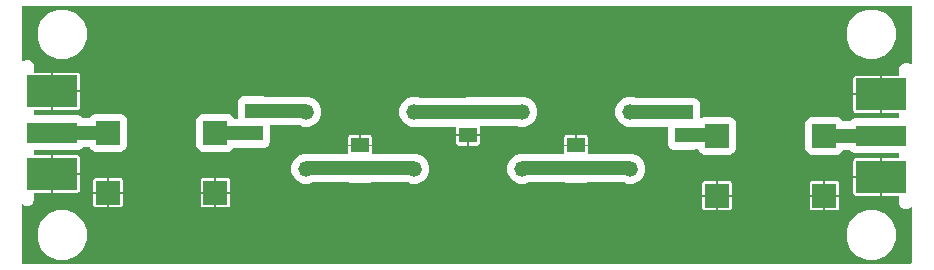
<source format=gbr>
G04 EAGLE Gerber RS-274X export*
G75*
%MOMM*%
%FSLAX34Y34*%
%LPD*%
%INTop Copper*%
%IPPOS*%
%AMOC8*
5,1,8,0,0,1.08239X$1,22.5*%
G01*
%ADD10R,1.500000X1.300000*%
%ADD11C,1.320800*%
%ADD12R,2.000000X2.000000*%
%ADD13R,4.191000X1.778000*%
%ADD14R,4.191000X2.667000*%
%ADD15C,1.200000*%

G36*
X758669Y6012D02*
X758669Y6012D01*
X758720Y6014D01*
X758752Y6032D01*
X758788Y6040D01*
X758827Y6073D01*
X758872Y6097D01*
X758893Y6127D01*
X758921Y6150D01*
X758942Y6197D01*
X758972Y6239D01*
X758980Y6281D01*
X758992Y6309D01*
X758991Y6339D01*
X758999Y6381D01*
X758999Y53635D01*
X758993Y53660D01*
X758996Y53686D01*
X758974Y53744D01*
X758960Y53804D01*
X758943Y53824D01*
X758934Y53848D01*
X758889Y53890D01*
X758850Y53937D01*
X758826Y53948D01*
X758807Y53965D01*
X758748Y53983D01*
X758691Y54008D01*
X758666Y54007D01*
X758641Y54015D01*
X758580Y54004D01*
X758518Y54002D01*
X758496Y53989D01*
X758470Y53985D01*
X758399Y53937D01*
X758366Y53919D01*
X758360Y53911D01*
X758350Y53904D01*
X757779Y53333D01*
X755574Y52419D01*
X753186Y52419D01*
X750981Y53333D01*
X749293Y55021D01*
X748379Y57226D01*
X748379Y63098D01*
X748368Y63148D01*
X748366Y63199D01*
X748348Y63231D01*
X748340Y63267D01*
X748307Y63306D01*
X748283Y63351D01*
X748253Y63372D01*
X748230Y63400D01*
X748183Y63421D01*
X748141Y63451D01*
X748099Y63459D01*
X748071Y63471D01*
X748041Y63470D01*
X747999Y63478D01*
X733987Y63478D01*
X733987Y78973D01*
X733976Y79023D01*
X733974Y79074D01*
X733956Y79106D01*
X733948Y79142D01*
X733915Y79181D01*
X733891Y79226D01*
X733861Y79247D01*
X733837Y79275D01*
X733791Y79296D01*
X733749Y79326D01*
X733707Y79334D01*
X733679Y79346D01*
X733649Y79345D01*
X733607Y79353D01*
X733225Y79353D01*
X733225Y79355D01*
X733607Y79355D01*
X733657Y79366D01*
X733708Y79368D01*
X733740Y79386D01*
X733776Y79394D01*
X733815Y79427D01*
X733860Y79451D01*
X733881Y79481D01*
X733909Y79505D01*
X733930Y79551D01*
X733960Y79593D01*
X733968Y79635D01*
X733980Y79663D01*
X733979Y79693D01*
X733979Y79695D01*
X733980Y79697D01*
X733980Y79699D01*
X733987Y79735D01*
X733987Y95230D01*
X747999Y95230D01*
X748049Y95241D01*
X748100Y95243D01*
X748132Y95261D01*
X748168Y95269D01*
X748207Y95302D01*
X748252Y95326D01*
X748273Y95356D01*
X748301Y95379D01*
X748322Y95426D01*
X748352Y95468D01*
X748360Y95510D01*
X748372Y95538D01*
X748371Y95568D01*
X748379Y95610D01*
X748379Y99029D01*
X748368Y99079D01*
X748366Y99130D01*
X748348Y99162D01*
X748340Y99198D01*
X748307Y99237D01*
X748283Y99282D01*
X748253Y99303D01*
X748230Y99331D01*
X748183Y99352D01*
X748141Y99382D01*
X748099Y99390D01*
X748071Y99402D01*
X748041Y99401D01*
X747999Y99409D01*
X711077Y99409D01*
X708872Y100323D01*
X707184Y102011D01*
X707162Y102064D01*
X707125Y102116D01*
X707094Y102172D01*
X707075Y102186D01*
X707061Y102205D01*
X707004Y102235D01*
X706953Y102272D01*
X706926Y102277D01*
X706908Y102287D01*
X706870Y102288D01*
X706810Y102299D01*
X701080Y102299D01*
X701019Y102285D01*
X700955Y102278D01*
X700935Y102265D01*
X700912Y102260D01*
X700863Y102219D01*
X700809Y102185D01*
X700794Y102163D01*
X700778Y102150D01*
X700763Y102115D01*
X700729Y102065D01*
X700247Y100901D01*
X698559Y99213D01*
X696354Y98299D01*
X673966Y98299D01*
X671761Y99213D01*
X670073Y100901D01*
X669159Y103106D01*
X669159Y125494D01*
X670073Y127699D01*
X671761Y129387D01*
X673966Y130301D01*
X696354Y130301D01*
X698559Y129387D01*
X700247Y127699D01*
X700729Y126535D01*
X700766Y126484D01*
X700797Y126428D01*
X700816Y126414D01*
X700830Y126395D01*
X700886Y126365D01*
X700938Y126328D01*
X700965Y126323D01*
X700983Y126313D01*
X701021Y126312D01*
X701080Y126301D01*
X706810Y126301D01*
X706872Y126315D01*
X706935Y126322D01*
X706956Y126335D01*
X706979Y126340D01*
X707028Y126381D01*
X707082Y126415D01*
X707097Y126437D01*
X707113Y126450D01*
X707128Y126485D01*
X707162Y126536D01*
X707184Y126589D01*
X708872Y128277D01*
X711077Y129191D01*
X747999Y129191D01*
X748049Y129202D01*
X748100Y129204D01*
X748132Y129222D01*
X748168Y129230D01*
X748207Y129263D01*
X748252Y129287D01*
X748273Y129317D01*
X748301Y129340D01*
X748322Y129387D01*
X748352Y129429D01*
X748360Y129471D01*
X748372Y129499D01*
X748372Y129509D01*
X748372Y129510D01*
X748371Y129531D01*
X748379Y129571D01*
X748379Y132990D01*
X748368Y133040D01*
X748366Y133091D01*
X748348Y133123D01*
X748340Y133159D01*
X748307Y133198D01*
X748283Y133243D01*
X748253Y133264D01*
X748230Y133292D01*
X748183Y133313D01*
X748141Y133343D01*
X748099Y133351D01*
X748071Y133363D01*
X748041Y133362D01*
X747999Y133370D01*
X733987Y133370D01*
X733987Y148865D01*
X733976Y148915D01*
X733974Y148966D01*
X733956Y148998D01*
X733948Y149034D01*
X733915Y149073D01*
X733891Y149118D01*
X733861Y149139D01*
X733837Y149167D01*
X733791Y149188D01*
X733749Y149218D01*
X733707Y149226D01*
X733679Y149238D01*
X733649Y149237D01*
X733607Y149245D01*
X733225Y149245D01*
X733225Y149247D01*
X733607Y149247D01*
X733657Y149258D01*
X733708Y149260D01*
X733740Y149278D01*
X733776Y149286D01*
X733815Y149319D01*
X733860Y149343D01*
X733881Y149373D01*
X733909Y149397D01*
X733930Y149443D01*
X733960Y149485D01*
X733968Y149527D01*
X733980Y149555D01*
X733979Y149585D01*
X733987Y149627D01*
X733987Y165122D01*
X747999Y165122D01*
X748049Y165133D01*
X748100Y165135D01*
X748132Y165153D01*
X748168Y165161D01*
X748207Y165194D01*
X748252Y165218D01*
X748273Y165248D01*
X748301Y165271D01*
X748322Y165318D01*
X748352Y165360D01*
X748360Y165402D01*
X748372Y165430D01*
X748371Y165460D01*
X748379Y165502D01*
X748379Y171374D01*
X749293Y173579D01*
X750981Y175267D01*
X753186Y176181D01*
X755574Y176181D01*
X757779Y175267D01*
X758350Y174696D01*
X758372Y174683D01*
X758388Y174663D01*
X758445Y174637D01*
X758497Y174605D01*
X758523Y174602D01*
X758547Y174592D01*
X758608Y174594D01*
X758670Y174588D01*
X758694Y174597D01*
X758720Y174598D01*
X758774Y174628D01*
X758832Y174650D01*
X758849Y174669D01*
X758872Y174681D01*
X758907Y174732D01*
X758949Y174777D01*
X758957Y174802D01*
X758972Y174823D01*
X758988Y174907D01*
X758999Y174943D01*
X758997Y174953D01*
X758999Y174965D01*
X758999Y223619D01*
X758988Y223669D01*
X758986Y223720D01*
X758968Y223752D01*
X758960Y223788D01*
X758927Y223827D01*
X758903Y223872D01*
X758873Y223893D01*
X758850Y223921D01*
X758803Y223942D01*
X758761Y223972D01*
X758719Y223980D01*
X758691Y223992D01*
X758661Y223991D01*
X758619Y223999D01*
X6381Y223999D01*
X6331Y223988D01*
X6280Y223986D01*
X6248Y223968D01*
X6212Y223960D01*
X6173Y223927D01*
X6128Y223903D01*
X6107Y223873D01*
X6079Y223850D01*
X6058Y223803D01*
X6028Y223761D01*
X6020Y223719D01*
X6008Y223691D01*
X6009Y223661D01*
X6001Y223619D01*
X6001Y177965D01*
X6007Y177940D01*
X6004Y177914D01*
X6026Y177856D01*
X6040Y177796D01*
X6057Y177776D01*
X6066Y177752D01*
X6111Y177710D01*
X6150Y177663D01*
X6174Y177652D01*
X6193Y177635D01*
X6252Y177617D01*
X6309Y177592D01*
X6334Y177593D01*
X6359Y177585D01*
X6420Y177596D01*
X6482Y177598D01*
X6504Y177611D01*
X6530Y177615D01*
X6601Y177663D01*
X6634Y177681D01*
X6640Y177689D01*
X6650Y177696D01*
X6761Y177807D01*
X8966Y178721D01*
X11354Y178721D01*
X13559Y177807D01*
X15247Y176119D01*
X16161Y173914D01*
X16161Y168042D01*
X16172Y167992D01*
X16174Y167941D01*
X16192Y167909D01*
X16200Y167873D01*
X16233Y167834D01*
X16257Y167789D01*
X16287Y167768D01*
X16310Y167740D01*
X16357Y167719D01*
X16399Y167689D01*
X16441Y167681D01*
X16469Y167669D01*
X16499Y167670D01*
X16541Y167662D01*
X30553Y167662D01*
X30553Y152167D01*
X30564Y152117D01*
X30566Y152066D01*
X30584Y152034D01*
X30592Y151998D01*
X30625Y151959D01*
X30649Y151914D01*
X30679Y151893D01*
X30702Y151865D01*
X30749Y151844D01*
X30791Y151814D01*
X30833Y151806D01*
X30861Y151794D01*
X30891Y151795D01*
X30933Y151787D01*
X31315Y151787D01*
X31315Y151785D01*
X30933Y151785D01*
X30883Y151774D01*
X30832Y151772D01*
X30800Y151754D01*
X30764Y151746D01*
X30725Y151713D01*
X30680Y151689D01*
X30659Y151659D01*
X30631Y151635D01*
X30610Y151589D01*
X30580Y151547D01*
X30572Y151505D01*
X30560Y151477D01*
X30561Y151447D01*
X30553Y151405D01*
X30553Y135910D01*
X16541Y135910D01*
X16491Y135899D01*
X16440Y135897D01*
X16408Y135879D01*
X16372Y135871D01*
X16333Y135838D01*
X16288Y135814D01*
X16267Y135784D01*
X16239Y135761D01*
X16218Y135714D01*
X16188Y135672D01*
X16180Y135630D01*
X16168Y135602D01*
X16169Y135572D01*
X16161Y135530D01*
X16161Y132111D01*
X16172Y132061D01*
X16174Y132010D01*
X16192Y131978D01*
X16200Y131942D01*
X16233Y131903D01*
X16257Y131858D01*
X16287Y131837D01*
X16310Y131809D01*
X16357Y131788D01*
X16399Y131758D01*
X16441Y131750D01*
X16469Y131738D01*
X16499Y131739D01*
X16541Y131731D01*
X53463Y131731D01*
X55668Y130817D01*
X57356Y129129D01*
X57378Y129076D01*
X57415Y129024D01*
X57446Y128968D01*
X57465Y128954D01*
X57479Y128935D01*
X57536Y128905D01*
X57587Y128868D01*
X57614Y128863D01*
X57632Y128853D01*
X57670Y128852D01*
X57730Y128841D01*
X62820Y128841D01*
X62881Y128855D01*
X62945Y128862D01*
X62965Y128875D01*
X62988Y128880D01*
X63037Y128921D01*
X63091Y128955D01*
X63106Y128977D01*
X63122Y128990D01*
X63137Y129025D01*
X63171Y129075D01*
X63653Y130239D01*
X65341Y131927D01*
X67546Y132841D01*
X89934Y132841D01*
X92139Y131927D01*
X93827Y130239D01*
X94741Y128034D01*
X94741Y105646D01*
X93827Y103441D01*
X92139Y101753D01*
X89934Y100839D01*
X67546Y100839D01*
X65341Y101753D01*
X63653Y103441D01*
X63171Y104605D01*
X63134Y104656D01*
X63103Y104712D01*
X63084Y104726D01*
X63070Y104745D01*
X63014Y104775D01*
X62962Y104812D01*
X62935Y104817D01*
X62917Y104827D01*
X62879Y104828D01*
X62820Y104839D01*
X57730Y104839D01*
X57668Y104825D01*
X57605Y104818D01*
X57584Y104805D01*
X57561Y104800D01*
X57512Y104759D01*
X57458Y104725D01*
X57443Y104703D01*
X57427Y104690D01*
X57412Y104655D01*
X57378Y104604D01*
X57356Y104551D01*
X55668Y102863D01*
X53463Y101949D01*
X16541Y101949D01*
X16491Y101938D01*
X16440Y101936D01*
X16408Y101918D01*
X16372Y101910D01*
X16333Y101877D01*
X16288Y101853D01*
X16267Y101823D01*
X16239Y101800D01*
X16218Y101753D01*
X16188Y101711D01*
X16180Y101669D01*
X16168Y101641D01*
X16169Y101611D01*
X16161Y101569D01*
X16161Y98150D01*
X16172Y98100D01*
X16174Y98049D01*
X16192Y98017D01*
X16200Y97981D01*
X16233Y97942D01*
X16257Y97897D01*
X16287Y97876D01*
X16310Y97848D01*
X16357Y97827D01*
X16399Y97797D01*
X16441Y97789D01*
X16469Y97777D01*
X16499Y97778D01*
X16541Y97770D01*
X30553Y97770D01*
X30553Y82275D01*
X30564Y82225D01*
X30566Y82174D01*
X30584Y82142D01*
X30592Y82106D01*
X30625Y82067D01*
X30649Y82022D01*
X30679Y82001D01*
X30702Y81973D01*
X30749Y81952D01*
X30791Y81922D01*
X30833Y81914D01*
X30861Y81902D01*
X30891Y81903D01*
X30933Y81895D01*
X31315Y81895D01*
X31315Y81893D01*
X30933Y81893D01*
X30883Y81882D01*
X30832Y81880D01*
X30800Y81862D01*
X30764Y81854D01*
X30725Y81821D01*
X30680Y81797D01*
X30659Y81767D01*
X30631Y81743D01*
X30610Y81697D01*
X30580Y81655D01*
X30572Y81613D01*
X30560Y81585D01*
X30561Y81555D01*
X30553Y81513D01*
X30553Y66018D01*
X16541Y66018D01*
X16491Y66007D01*
X16440Y66005D01*
X16408Y65987D01*
X16372Y65979D01*
X16333Y65946D01*
X16288Y65922D01*
X16267Y65892D01*
X16239Y65869D01*
X16218Y65822D01*
X16188Y65780D01*
X16180Y65738D01*
X16168Y65710D01*
X16169Y65680D01*
X16161Y65638D01*
X16161Y59766D01*
X15247Y57561D01*
X13559Y55873D01*
X11354Y54959D01*
X8966Y54959D01*
X6761Y55873D01*
X6650Y55984D01*
X6628Y55997D01*
X6612Y56017D01*
X6555Y56043D01*
X6503Y56075D01*
X6477Y56078D01*
X6453Y56088D01*
X6392Y56086D01*
X6330Y56092D01*
X6306Y56083D01*
X6280Y56082D01*
X6226Y56052D01*
X6168Y56030D01*
X6151Y56011D01*
X6128Y55999D01*
X6093Y55949D01*
X6051Y55903D01*
X6043Y55878D01*
X6028Y55857D01*
X6012Y55773D01*
X6001Y55737D01*
X6003Y55727D01*
X6001Y55715D01*
X6001Y6381D01*
X6012Y6331D01*
X6014Y6280D01*
X6032Y6248D01*
X6040Y6212D01*
X6073Y6173D01*
X6097Y6128D01*
X6127Y6107D01*
X6150Y6079D01*
X6197Y6058D01*
X6239Y6028D01*
X6281Y6020D01*
X6309Y6008D01*
X6339Y6009D01*
X6381Y6001D01*
X758619Y6001D01*
X758669Y6012D01*
G37*
%LPC*%
G36*
X158346Y100839D02*
X158346Y100839D01*
X156141Y101753D01*
X154453Y103441D01*
X153539Y105646D01*
X153539Y128034D01*
X154453Y130239D01*
X156141Y131927D01*
X158346Y132841D01*
X180734Y132841D01*
X182939Y131927D01*
X184627Y130239D01*
X185362Y128465D01*
X185399Y128414D01*
X185429Y128358D01*
X185449Y128344D01*
X185463Y128325D01*
X185519Y128295D01*
X185571Y128258D01*
X185597Y128253D01*
X185616Y128243D01*
X185654Y128242D01*
X185713Y128231D01*
X188049Y128231D01*
X188099Y128242D01*
X188150Y128244D01*
X188182Y128262D01*
X188218Y128270D01*
X188257Y128303D01*
X188302Y128327D01*
X188323Y128357D01*
X188351Y128380D01*
X188372Y128427D01*
X188402Y128469D01*
X188410Y128511D01*
X188422Y128539D01*
X188421Y128569D01*
X188429Y128611D01*
X188429Y142924D01*
X189343Y145129D01*
X191031Y146817D01*
X193236Y147731D01*
X210624Y147731D01*
X211761Y147260D01*
X211763Y147259D01*
X211764Y147258D01*
X211906Y147231D01*
X248216Y147231D01*
X248247Y147225D01*
X248887Y147225D01*
X253520Y145306D01*
X257066Y141760D01*
X258985Y137127D01*
X258985Y132113D01*
X257066Y127480D01*
X253520Y123934D01*
X248887Y122015D01*
X243873Y122015D01*
X241012Y123200D01*
X241010Y123201D01*
X241008Y123202D01*
X240866Y123229D01*
X215811Y123229D01*
X215761Y123218D01*
X215710Y123216D01*
X215678Y123198D01*
X215642Y123190D01*
X215603Y123157D01*
X215558Y123133D01*
X215537Y123103D01*
X215509Y123080D01*
X215488Y123033D01*
X215458Y122991D01*
X215450Y122949D01*
X215438Y122921D01*
X215439Y122891D01*
X215431Y122849D01*
X215431Y108536D01*
X214517Y106331D01*
X212829Y104643D01*
X210624Y103729D01*
X193236Y103729D01*
X192099Y104200D01*
X192097Y104201D01*
X192096Y104202D01*
X191954Y104229D01*
X185208Y104229D01*
X185146Y104215D01*
X185083Y104208D01*
X185063Y104195D01*
X185039Y104190D01*
X184990Y104149D01*
X184936Y104115D01*
X184922Y104093D01*
X184905Y104080D01*
X184890Y104045D01*
X184857Y103995D01*
X184627Y103441D01*
X182939Y101753D01*
X180734Y100839D01*
X158346Y100839D01*
G37*
%LPD*%
%LPC*%
G36*
X583166Y98299D02*
X583166Y98299D01*
X580961Y99213D01*
X579273Y100901D01*
X578517Y102725D01*
X578480Y102776D01*
X578450Y102832D01*
X578430Y102846D01*
X578416Y102865D01*
X578360Y102895D01*
X578308Y102932D01*
X578282Y102937D01*
X578263Y102947D01*
X578226Y102948D01*
X578166Y102959D01*
X576396Y102959D01*
X576395Y102959D01*
X576393Y102959D01*
X576251Y102930D01*
X575114Y102459D01*
X557726Y102459D01*
X555521Y103373D01*
X553833Y105061D01*
X552919Y107266D01*
X552919Y121579D01*
X552908Y121629D01*
X552906Y121680D01*
X552888Y121712D01*
X552880Y121748D01*
X552847Y121787D01*
X552823Y121832D01*
X552793Y121853D01*
X552770Y121881D01*
X552723Y121902D01*
X552681Y121932D01*
X552639Y121940D01*
X552611Y121952D01*
X552581Y121951D01*
X552539Y121959D01*
X518973Y121959D01*
X518908Y121986D01*
X518906Y121987D01*
X518904Y121988D01*
X518762Y122015D01*
X518193Y122015D01*
X513560Y123934D01*
X510014Y127480D01*
X508095Y132113D01*
X508095Y137127D01*
X510014Y141760D01*
X513560Y145306D01*
X518193Y147225D01*
X523207Y147225D01*
X526189Y145990D01*
X526191Y145989D01*
X526192Y145988D01*
X526334Y145961D01*
X556444Y145961D01*
X556445Y145961D01*
X556447Y145961D01*
X556589Y145990D01*
X557726Y146461D01*
X575114Y146461D01*
X577319Y145547D01*
X579007Y143859D01*
X579921Y141654D01*
X579921Y129265D01*
X579927Y129240D01*
X579924Y129214D01*
X579946Y129156D01*
X579960Y129096D01*
X579977Y129076D01*
X579986Y129052D01*
X580031Y129010D01*
X580070Y128963D01*
X580094Y128952D01*
X580113Y128935D01*
X580172Y128917D01*
X580229Y128892D01*
X580254Y128893D01*
X580279Y128885D01*
X580340Y128896D01*
X580402Y128898D01*
X580424Y128911D01*
X580450Y128915D01*
X580521Y128963D01*
X580554Y128981D01*
X580560Y128989D01*
X580570Y128996D01*
X580961Y129387D01*
X583166Y130301D01*
X605554Y130301D01*
X607759Y129387D01*
X609447Y127699D01*
X610361Y125494D01*
X610361Y103106D01*
X609447Y100901D01*
X607759Y99213D01*
X605554Y98299D01*
X583166Y98299D01*
G37*
%LPD*%
%LPC*%
G36*
X383539Y114959D02*
X383539Y114959D01*
X383539Y115341D01*
X383528Y115391D01*
X383526Y115442D01*
X383508Y115474D01*
X383500Y115510D01*
X383467Y115549D01*
X383443Y115594D01*
X383413Y115615D01*
X383389Y115643D01*
X383343Y115664D01*
X383301Y115694D01*
X383259Y115702D01*
X383231Y115714D01*
X383201Y115713D01*
X383159Y115721D01*
X373499Y115721D01*
X373499Y121579D01*
X373488Y121629D01*
X373486Y121680D01*
X373468Y121712D01*
X373460Y121748D01*
X373427Y121787D01*
X373403Y121832D01*
X373373Y121853D01*
X373350Y121881D01*
X373303Y121902D01*
X373261Y121932D01*
X373219Y121940D01*
X373191Y121952D01*
X373161Y121951D01*
X373119Y121959D01*
X336093Y121959D01*
X336028Y121986D01*
X336026Y121987D01*
X336024Y121988D01*
X335882Y122015D01*
X335313Y122015D01*
X330680Y123934D01*
X327134Y127480D01*
X325215Y132113D01*
X325215Y137127D01*
X327134Y141760D01*
X330680Y145306D01*
X335313Y147225D01*
X340327Y147225D01*
X343309Y145990D01*
X343311Y145989D01*
X343312Y145988D01*
X343454Y145961D01*
X373564Y145961D01*
X373565Y145961D01*
X373567Y145961D01*
X373709Y145990D01*
X374846Y146461D01*
X381351Y146461D01*
X381353Y146461D01*
X381355Y146461D01*
X381497Y146490D01*
X381813Y146621D01*
X425219Y146621D01*
X425221Y146621D01*
X425222Y146621D01*
X425364Y146650D01*
X426753Y147225D01*
X431767Y147225D01*
X436400Y145306D01*
X439946Y141760D01*
X441865Y137127D01*
X441865Y132113D01*
X439946Y127480D01*
X436400Y123934D01*
X431767Y122015D01*
X426753Y122015D01*
X425364Y122590D01*
X425363Y122591D01*
X425361Y122592D01*
X425219Y122619D01*
X394843Y122619D01*
X394769Y122602D01*
X394694Y122589D01*
X394684Y122582D01*
X394674Y122580D01*
X394646Y122556D01*
X394574Y122508D01*
X394439Y122373D01*
X393815Y122114D01*
X393764Y122077D01*
X393708Y122047D01*
X393694Y122028D01*
X393675Y122013D01*
X393645Y121957D01*
X393608Y121905D01*
X393603Y121879D01*
X393593Y121860D01*
X393592Y121823D01*
X393581Y121763D01*
X393581Y115721D01*
X383921Y115721D01*
X383871Y115710D01*
X383820Y115708D01*
X383788Y115690D01*
X383752Y115682D01*
X383713Y115649D01*
X383668Y115625D01*
X383647Y115595D01*
X383619Y115571D01*
X383598Y115525D01*
X383568Y115483D01*
X383560Y115441D01*
X383548Y115413D01*
X383549Y115383D01*
X383541Y115341D01*
X383541Y114959D01*
X383539Y114959D01*
G37*
%LPD*%
%LPC*%
G36*
X243873Y73755D02*
X243873Y73755D01*
X239240Y75674D01*
X235694Y79220D01*
X233775Y83853D01*
X233775Y88867D01*
X235694Y93500D01*
X239240Y97046D01*
X243873Y98965D01*
X244442Y98965D01*
X244444Y98965D01*
X244446Y98965D01*
X244588Y98994D01*
X244653Y99021D01*
X281679Y99021D01*
X281729Y99032D01*
X281780Y99034D01*
X281812Y99052D01*
X281848Y99060D01*
X281887Y99093D01*
X281932Y99117D01*
X281953Y99147D01*
X281981Y99170D01*
X282002Y99217D01*
X282032Y99259D01*
X282040Y99301D01*
X282052Y99329D01*
X282051Y99359D01*
X282059Y99401D01*
X282059Y105259D01*
X291719Y105259D01*
X291769Y105270D01*
X291820Y105272D01*
X291852Y105290D01*
X291888Y105298D01*
X291927Y105331D01*
X291972Y105355D01*
X291993Y105385D01*
X292021Y105408D01*
X292042Y105455D01*
X292072Y105497D01*
X292080Y105539D01*
X292092Y105567D01*
X292091Y105597D01*
X292099Y105639D01*
X292099Y106021D01*
X292101Y106021D01*
X292101Y105639D01*
X292112Y105589D01*
X292114Y105538D01*
X292132Y105506D01*
X292140Y105470D01*
X292173Y105431D01*
X292197Y105386D01*
X292227Y105365D01*
X292251Y105337D01*
X292297Y105316D01*
X292339Y105286D01*
X292381Y105278D01*
X292409Y105266D01*
X292439Y105267D01*
X292481Y105259D01*
X302141Y105259D01*
X302141Y99401D01*
X302152Y99351D01*
X302154Y99300D01*
X302172Y99268D01*
X302180Y99232D01*
X302213Y99193D01*
X302237Y99148D01*
X302267Y99127D01*
X302290Y99099D01*
X302337Y99078D01*
X302379Y99048D01*
X302421Y99040D01*
X302449Y99028D01*
X302479Y99029D01*
X302521Y99021D01*
X339547Y99021D01*
X339612Y98994D01*
X339614Y98993D01*
X339616Y98992D01*
X339758Y98965D01*
X340327Y98965D01*
X344960Y97046D01*
X348506Y93500D01*
X350425Y88867D01*
X350425Y83853D01*
X348506Y79220D01*
X344960Y75674D01*
X340327Y73755D01*
X335313Y73755D01*
X332331Y74990D01*
X332329Y74991D01*
X332328Y74992D01*
X332186Y75019D01*
X302076Y75019D01*
X302075Y75019D01*
X302073Y75019D01*
X301931Y74990D01*
X300794Y74519D01*
X283406Y74519D01*
X282269Y74990D01*
X282267Y74991D01*
X282266Y74992D01*
X282124Y75019D01*
X252014Y75019D01*
X252013Y75019D01*
X252011Y75019D01*
X251869Y74990D01*
X248887Y73755D01*
X243873Y73755D01*
G37*
%LPD*%
%LPC*%
G36*
X426753Y73755D02*
X426753Y73755D01*
X422120Y75674D01*
X418574Y79220D01*
X416655Y83853D01*
X416655Y88867D01*
X418574Y93500D01*
X422120Y97046D01*
X426753Y98965D01*
X427322Y98965D01*
X427324Y98965D01*
X427326Y98965D01*
X427468Y98994D01*
X427533Y99021D01*
X464559Y99021D01*
X464609Y99032D01*
X464660Y99034D01*
X464692Y99052D01*
X464728Y99060D01*
X464767Y99093D01*
X464812Y99117D01*
X464833Y99147D01*
X464861Y99170D01*
X464882Y99217D01*
X464912Y99259D01*
X464920Y99301D01*
X464932Y99329D01*
X464931Y99359D01*
X464939Y99401D01*
X464939Y105259D01*
X474599Y105259D01*
X474649Y105270D01*
X474700Y105272D01*
X474732Y105290D01*
X474768Y105298D01*
X474807Y105331D01*
X474852Y105355D01*
X474873Y105385D01*
X474901Y105408D01*
X474922Y105455D01*
X474952Y105497D01*
X474960Y105539D01*
X474972Y105567D01*
X474971Y105597D01*
X474979Y105639D01*
X474979Y106021D01*
X474981Y106021D01*
X474981Y105639D01*
X474992Y105589D01*
X474994Y105538D01*
X475012Y105506D01*
X475020Y105470D01*
X475053Y105431D01*
X475077Y105386D01*
X475107Y105365D01*
X475131Y105337D01*
X475177Y105316D01*
X475219Y105286D01*
X475261Y105278D01*
X475289Y105266D01*
X475319Y105267D01*
X475361Y105259D01*
X485021Y105259D01*
X485021Y99401D01*
X485032Y99351D01*
X485034Y99300D01*
X485052Y99268D01*
X485060Y99232D01*
X485093Y99193D01*
X485117Y99148D01*
X485147Y99127D01*
X485170Y99099D01*
X485217Y99078D01*
X485259Y99048D01*
X485301Y99040D01*
X485329Y99028D01*
X485359Y99029D01*
X485401Y99021D01*
X522427Y99021D01*
X522492Y98994D01*
X522494Y98993D01*
X522496Y98992D01*
X522638Y98965D01*
X523207Y98965D01*
X527840Y97046D01*
X531386Y93500D01*
X533305Y88867D01*
X533305Y83853D01*
X531386Y79220D01*
X527840Y75674D01*
X523207Y73755D01*
X518193Y73755D01*
X515211Y74990D01*
X515209Y74991D01*
X515208Y74992D01*
X515066Y75019D01*
X484956Y75019D01*
X484955Y75019D01*
X484953Y75019D01*
X484811Y74990D01*
X483674Y74519D01*
X466286Y74519D01*
X465149Y74990D01*
X465147Y74991D01*
X465146Y74992D01*
X465004Y75019D01*
X434894Y75019D01*
X434893Y75019D01*
X434891Y75019D01*
X434749Y74990D01*
X431767Y73755D01*
X426753Y73755D01*
G37*
%LPD*%
%LPC*%
G36*
X720823Y178999D02*
X720823Y178999D01*
X713104Y182196D01*
X707196Y188104D01*
X703999Y195823D01*
X703999Y204177D01*
X707196Y211896D01*
X713104Y217804D01*
X720823Y221001D01*
X729177Y221001D01*
X736896Y217804D01*
X742804Y211896D01*
X746001Y204177D01*
X746001Y195823D01*
X742804Y188104D01*
X736896Y182196D01*
X729177Y178999D01*
X720823Y178999D01*
G37*
%LPD*%
%LPC*%
G36*
X35823Y178999D02*
X35823Y178999D01*
X28104Y182196D01*
X22196Y188104D01*
X18999Y195823D01*
X18999Y204177D01*
X22196Y211896D01*
X28104Y217804D01*
X35823Y221001D01*
X44177Y221001D01*
X51896Y217804D01*
X57804Y211896D01*
X61001Y204177D01*
X61001Y195823D01*
X57804Y188104D01*
X51896Y182196D01*
X44177Y178999D01*
X35823Y178999D01*
G37*
%LPD*%
%LPC*%
G36*
X720823Y8999D02*
X720823Y8999D01*
X713104Y12196D01*
X707196Y18104D01*
X703999Y25823D01*
X703999Y34177D01*
X707196Y41896D01*
X713104Y47804D01*
X720823Y51001D01*
X729177Y51001D01*
X736896Y47804D01*
X742804Y41896D01*
X746001Y34177D01*
X746001Y25823D01*
X742804Y18104D01*
X736896Y12196D01*
X729177Y8999D01*
X720823Y8999D01*
G37*
%LPD*%
%LPC*%
G36*
X35823Y8999D02*
X35823Y8999D01*
X28104Y12196D01*
X22196Y18104D01*
X18999Y25823D01*
X18999Y34177D01*
X22196Y41896D01*
X28104Y47804D01*
X35823Y51001D01*
X44177Y51001D01*
X51896Y47804D01*
X57804Y41896D01*
X61001Y34177D01*
X61001Y25823D01*
X57804Y18104D01*
X51896Y12196D01*
X44177Y8999D01*
X35823Y8999D01*
G37*
%LPD*%
%LPC*%
G36*
X32075Y152547D02*
X32075Y152547D01*
X32075Y167662D01*
X52604Y167662D01*
X53250Y167489D01*
X53829Y167154D01*
X54302Y166681D01*
X54637Y166102D01*
X54810Y165456D01*
X54810Y152547D01*
X32075Y152547D01*
G37*
%LPD*%
%LPC*%
G36*
X32075Y82655D02*
X32075Y82655D01*
X32075Y97770D01*
X52604Y97770D01*
X53250Y97597D01*
X53829Y97262D01*
X54302Y96789D01*
X54637Y96210D01*
X54810Y95564D01*
X54810Y82655D01*
X32075Y82655D01*
G37*
%LPD*%
%LPC*%
G36*
X709730Y150007D02*
X709730Y150007D01*
X709730Y162916D01*
X709903Y163562D01*
X710238Y164141D01*
X710711Y164614D01*
X711290Y164949D01*
X711936Y165122D01*
X732465Y165122D01*
X732465Y150007D01*
X709730Y150007D01*
G37*
%LPD*%
%LPC*%
G36*
X709730Y80115D02*
X709730Y80115D01*
X709730Y93024D01*
X709903Y93670D01*
X710238Y94249D01*
X710711Y94722D01*
X711290Y95057D01*
X711936Y95230D01*
X732465Y95230D01*
X732465Y80115D01*
X709730Y80115D01*
G37*
%LPD*%
%LPC*%
G36*
X32075Y135910D02*
X32075Y135910D01*
X32075Y151025D01*
X54810Y151025D01*
X54810Y138116D01*
X54637Y137470D01*
X54302Y136891D01*
X53829Y136418D01*
X53250Y136083D01*
X52604Y135910D01*
X32075Y135910D01*
G37*
%LPD*%
%LPC*%
G36*
X32075Y66018D02*
X32075Y66018D01*
X32075Y81133D01*
X54810Y81133D01*
X54810Y68224D01*
X54637Y67578D01*
X54302Y66999D01*
X53829Y66526D01*
X53250Y66191D01*
X52604Y66018D01*
X32075Y66018D01*
G37*
%LPD*%
%LPC*%
G36*
X711936Y133370D02*
X711936Y133370D01*
X711290Y133543D01*
X710711Y133878D01*
X710238Y134351D01*
X709903Y134930D01*
X709730Y135576D01*
X709730Y148485D01*
X732465Y148485D01*
X732465Y133370D01*
X711936Y133370D01*
G37*
%LPD*%
%LPC*%
G36*
X711936Y63478D02*
X711936Y63478D01*
X711290Y63651D01*
X710711Y63986D01*
X710238Y64459D01*
X709903Y65038D01*
X709730Y65684D01*
X709730Y78593D01*
X732465Y78593D01*
X732465Y63478D01*
X711936Y63478D01*
G37*
%LPD*%
%LPC*%
G36*
X170301Y66801D02*
X170301Y66801D01*
X170301Y78581D01*
X179875Y78581D01*
X180521Y78408D01*
X181100Y78073D01*
X181573Y77600D01*
X181908Y77021D01*
X182081Y76375D01*
X182081Y66801D01*
X170301Y66801D01*
G37*
%LPD*%
%LPC*%
G36*
X79501Y66801D02*
X79501Y66801D01*
X79501Y78581D01*
X89075Y78581D01*
X89721Y78408D01*
X90300Y78073D01*
X90773Y77600D01*
X91108Y77021D01*
X91281Y76375D01*
X91281Y66801D01*
X79501Y66801D01*
G37*
%LPD*%
%LPC*%
G36*
X595121Y64261D02*
X595121Y64261D01*
X595121Y76041D01*
X604695Y76041D01*
X605341Y75868D01*
X605920Y75533D01*
X606393Y75060D01*
X606728Y74481D01*
X606901Y73835D01*
X606901Y64261D01*
X595121Y64261D01*
G37*
%LPD*%
%LPC*%
G36*
X685921Y64261D02*
X685921Y64261D01*
X685921Y76041D01*
X695495Y76041D01*
X696141Y75868D01*
X696720Y75533D01*
X697193Y75060D01*
X697528Y74481D01*
X697701Y73835D01*
X697701Y64261D01*
X685921Y64261D01*
G37*
%LPD*%
%LPC*%
G36*
X156999Y66801D02*
X156999Y66801D01*
X156999Y76375D01*
X157172Y77021D01*
X157507Y77600D01*
X157980Y78073D01*
X158559Y78408D01*
X159205Y78581D01*
X168779Y78581D01*
X168779Y66801D01*
X156999Y66801D01*
G37*
%LPD*%
%LPC*%
G36*
X581819Y64261D02*
X581819Y64261D01*
X581819Y73835D01*
X581992Y74481D01*
X582327Y75060D01*
X582800Y75533D01*
X583379Y75868D01*
X584025Y76041D01*
X593599Y76041D01*
X593599Y64261D01*
X581819Y64261D01*
G37*
%LPD*%
%LPC*%
G36*
X66199Y66801D02*
X66199Y66801D01*
X66199Y76375D01*
X66372Y77021D01*
X66707Y77600D01*
X67180Y78073D01*
X67759Y78408D01*
X68405Y78581D01*
X77979Y78581D01*
X77979Y66801D01*
X66199Y66801D01*
G37*
%LPD*%
%LPC*%
G36*
X672619Y64261D02*
X672619Y64261D01*
X672619Y73835D01*
X672792Y74481D01*
X673127Y75060D01*
X673600Y75533D01*
X674179Y75868D01*
X674825Y76041D01*
X684399Y76041D01*
X684399Y64261D01*
X672619Y64261D01*
G37*
%LPD*%
%LPC*%
G36*
X170301Y53499D02*
X170301Y53499D01*
X170301Y65279D01*
X182081Y65279D01*
X182081Y55705D01*
X181908Y55059D01*
X181573Y54480D01*
X181100Y54007D01*
X180521Y53672D01*
X179875Y53499D01*
X170301Y53499D01*
G37*
%LPD*%
%LPC*%
G36*
X79501Y53499D02*
X79501Y53499D01*
X79501Y65279D01*
X91281Y65279D01*
X91281Y55705D01*
X91108Y55059D01*
X90773Y54480D01*
X90300Y54007D01*
X89721Y53672D01*
X89075Y53499D01*
X79501Y53499D01*
G37*
%LPD*%
%LPC*%
G36*
X685921Y50959D02*
X685921Y50959D01*
X685921Y62739D01*
X697701Y62739D01*
X697701Y53165D01*
X697528Y52519D01*
X697193Y51940D01*
X696720Y51467D01*
X696141Y51132D01*
X695495Y50959D01*
X685921Y50959D01*
G37*
%LPD*%
%LPC*%
G36*
X595121Y50959D02*
X595121Y50959D01*
X595121Y62739D01*
X606901Y62739D01*
X606901Y53165D01*
X606728Y52519D01*
X606393Y51940D01*
X605920Y51467D01*
X605341Y51132D01*
X604695Y50959D01*
X595121Y50959D01*
G37*
%LPD*%
%LPC*%
G36*
X68405Y53499D02*
X68405Y53499D01*
X67759Y53672D01*
X67180Y54007D01*
X66707Y54480D01*
X66372Y55059D01*
X66199Y55705D01*
X66199Y65279D01*
X77979Y65279D01*
X77979Y53499D01*
X68405Y53499D01*
G37*
%LPD*%
%LPC*%
G36*
X674825Y50959D02*
X674825Y50959D01*
X674179Y51132D01*
X673600Y51467D01*
X673127Y51940D01*
X672792Y52519D01*
X672619Y53165D01*
X672619Y62739D01*
X684399Y62739D01*
X684399Y50959D01*
X674825Y50959D01*
G37*
%LPD*%
%LPC*%
G36*
X584025Y50959D02*
X584025Y50959D01*
X583379Y51132D01*
X582800Y51467D01*
X582327Y51940D01*
X581992Y52519D01*
X581819Y53165D01*
X581819Y62739D01*
X593599Y62739D01*
X593599Y50959D01*
X584025Y50959D01*
G37*
%LPD*%
%LPC*%
G36*
X159205Y53499D02*
X159205Y53499D01*
X158559Y53672D01*
X157980Y54007D01*
X157507Y54480D01*
X157172Y55059D01*
X156999Y55705D01*
X156999Y65279D01*
X168779Y65279D01*
X168779Y53499D01*
X159205Y53499D01*
G37*
%LPD*%
%LPC*%
G36*
X475741Y106781D02*
X475741Y106781D01*
X475741Y115061D01*
X482815Y115061D01*
X483461Y114888D01*
X484040Y114553D01*
X484513Y114080D01*
X484848Y113501D01*
X484947Y113131D01*
X484947Y113130D01*
X485021Y112855D01*
X485021Y106781D01*
X475741Y106781D01*
G37*
%LPD*%
%LPC*%
G36*
X292861Y106781D02*
X292861Y106781D01*
X292861Y115061D01*
X299935Y115061D01*
X300581Y114888D01*
X301160Y114553D01*
X301633Y114080D01*
X301968Y113501D01*
X302067Y113131D01*
X302067Y113130D01*
X302141Y112855D01*
X302141Y106781D01*
X292861Y106781D01*
G37*
%LPD*%
%LPC*%
G36*
X464939Y106781D02*
X464939Y106781D01*
X464939Y112855D01*
X465112Y113501D01*
X465447Y114080D01*
X465920Y114553D01*
X466499Y114888D01*
X467145Y115061D01*
X474219Y115061D01*
X474219Y106781D01*
X464939Y106781D01*
G37*
%LPD*%
%LPC*%
G36*
X282059Y106781D02*
X282059Y106781D01*
X282059Y112855D01*
X282232Y113501D01*
X282567Y114080D01*
X283040Y114553D01*
X283619Y114888D01*
X284265Y115061D01*
X291339Y115061D01*
X291339Y106781D01*
X282059Y106781D01*
G37*
%LPD*%
%LPC*%
G36*
X384301Y105919D02*
X384301Y105919D01*
X384301Y114199D01*
X393581Y114199D01*
X393581Y108125D01*
X393408Y107479D01*
X393073Y106900D01*
X392600Y106427D01*
X392021Y106092D01*
X391375Y105919D01*
X384301Y105919D01*
G37*
%LPD*%
%LPC*%
G36*
X375705Y105919D02*
X375705Y105919D01*
X375059Y106092D01*
X374480Y106427D01*
X374007Y106900D01*
X373672Y107479D01*
X373499Y108125D01*
X373499Y114199D01*
X382779Y114199D01*
X382779Y105919D01*
X375705Y105919D01*
G37*
%LPD*%
%LPC*%
G36*
X169539Y66039D02*
X169539Y66039D01*
X169539Y66041D01*
X169541Y66041D01*
X169541Y66039D01*
X169539Y66039D01*
G37*
%LPD*%
%LPC*%
G36*
X78739Y66039D02*
X78739Y66039D01*
X78739Y66041D01*
X78741Y66041D01*
X78741Y66039D01*
X78739Y66039D01*
G37*
%LPD*%
%LPC*%
G36*
X685159Y63499D02*
X685159Y63499D01*
X685159Y63501D01*
X685161Y63501D01*
X685161Y63499D01*
X685159Y63499D01*
G37*
%LPD*%
%LPC*%
G36*
X594359Y63499D02*
X594359Y63499D01*
X594359Y63501D01*
X594361Y63501D01*
X594361Y63499D01*
X594359Y63499D01*
G37*
%LPD*%
D10*
X474980Y87020D03*
X474980Y106020D03*
X566420Y133960D03*
X566420Y114960D03*
X201930Y116230D03*
X201930Y135230D03*
X292100Y87020D03*
X292100Y106020D03*
X383540Y133960D03*
X383540Y114960D03*
D11*
X246380Y134620D03*
X246380Y86360D03*
X337820Y86360D03*
X337820Y134620D03*
X429260Y134620D03*
X429260Y86360D03*
X520700Y86360D03*
X520700Y134620D03*
D12*
X78740Y116840D03*
X78740Y66040D03*
X169540Y116840D03*
X169540Y66040D03*
X594360Y114300D03*
X594360Y63500D03*
X685160Y114300D03*
X685160Y63500D03*
D13*
X31314Y116840D03*
D14*
X31314Y151786D03*
X31314Y81894D03*
D13*
X733226Y114300D03*
D14*
X733226Y79354D03*
X733226Y149246D03*
D15*
X245770Y135230D02*
X201930Y135230D01*
X245770Y135230D02*
X246380Y134620D01*
X247040Y87020D02*
X292100Y87020D01*
X247040Y87020D02*
X246380Y86360D01*
X292100Y87020D02*
X337160Y87020D01*
X337820Y86360D01*
X338480Y133960D02*
X383540Y133960D01*
X338480Y133960D02*
X337820Y134620D01*
X383540Y133960D02*
X384200Y134620D01*
X429260Y134620D01*
X429920Y87020D02*
X429260Y86360D01*
X429920Y87020D02*
X474980Y87020D01*
X520040Y87020D01*
X520700Y86360D01*
X521360Y133960D02*
X566420Y133960D01*
X521360Y133960D02*
X520700Y134620D01*
X201930Y116230D02*
X170150Y116230D01*
X169540Y116840D01*
X78740Y116840D02*
X31314Y116840D01*
X566420Y114960D02*
X593700Y114960D01*
X594360Y114300D01*
X685160Y114300D02*
X733226Y114300D01*
M02*

</source>
